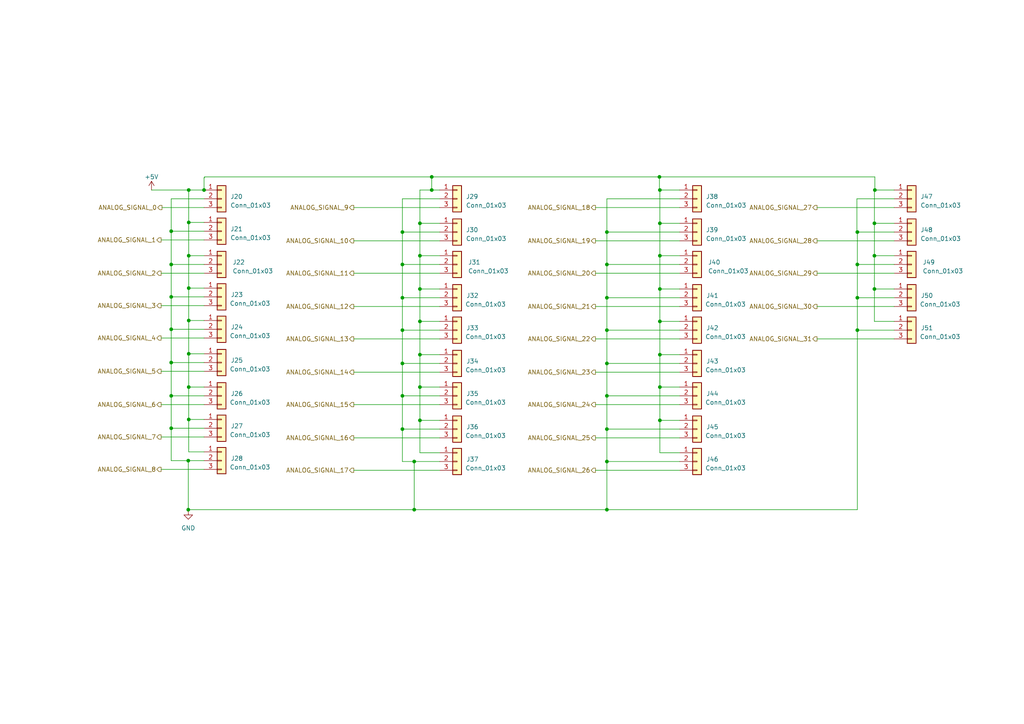
<source format=kicad_sch>
(kicad_sch (version 20230121) (generator eeschema)
  (paper "A4")
  (title_block (title "Złącza dla czujników analogowych"))
  (lib_symbols
    (symbol "Connector_Generic:Conn_01x03" (pin_names (offset 1.016) hide)
      (property "Reference" "J" (at 0 5.08 0))
      (property "Value" "Conn_01x03" (at 0 -5.08 0))
      (symbol "Conn_01x03_1_1"
        (rectangle (start -1.27 -2.413) (end 0 -2.667) (stroke (width 0.1524)))
        (rectangle (start -1.27 0.127) (end 0 -0.127) (stroke (width 0.1524)))
        (rectangle (start -1.27 2.667) (end 0 2.413) (stroke (width 0.1524)))
        (rectangle (start -1.27 3.81) (end 1.27 -3.81) (stroke (width 0.254)) (fill (type background)))
        (pin passive line (at -5.08 2.54 0) (length 3.81) (name "Pin_1") (number "1"))
        (pin passive line (at -5.08 0 0) (length 3.81) (name "Pin_2") (number "2"))
        (pin passive line (at -5.08 -2.54 0) (length 3.81) (name "Pin_3") (number "3"))
      )
    )
    (symbol "power:+5V" (power) (pin_names (offset 0))
      (property "Value" "+5V" (at 0 3.556 0))
      (symbol "+5V_0_1"
        (polyline (pts (xy -0.762 1.27) (xy 0 2.54)))
        (polyline (pts (xy 0 0) (xy 0 2.54)))
        (polyline (pts (xy 0 2.54) (xy 0.762 1.27)))
      )
      (symbol "+5V_1_1"
        (pin power_in line (at 0 0 90) (length 0) hide (name "+5V") (number "1"))
      )
    )
    (symbol "power:GND" (power) (pin_names (offset 0))
      (property "Value" "GND" (at 0 -3.81 0))
      (symbol "GND_0_1"
        (polyline (pts (xy 0 0) (xy 0 -1.27) (xy 1.27 -1.27) (xy 0 -2.54) (xy -1.27 -1.27) (xy 0 -1.27)))
      )
      (symbol "GND_1_1"
        (pin power_in line (at 0 0 270) (length 0) hide (name "GND") (number "1"))
      )
    )
  )
  (junction (at 116.713 95.758))
  (junction (at 59.182 55.118))
  (junction (at 253.746 55.118))
  (junction (at 191.389 83.82))
  (junction (at 191.389 55.118))
  (junction (at 191.389 102.87))
  (junction (at 116.713 67.31))
  (junction (at 49.657 76.708))
  (junction (at 248.666 86.36))
  (junction (at 121.793 64.77))
  (junction (at 248.666 95.758))
  (junction (at 176.022 67.31))
  (junction (at 121.793 121.92))
  (junction (at 54.737 112.268))
  (junction (at 120.142 133.858))
  (junction (at 121.793 93.218))
  (junction (at 54.61 147.828))
  (junction (at 54.737 55.118))
  (junction (at 191.262 51.308))
  (junction (at 191.389 74.168))
  (junction (at 253.619 64.77))
  (junction (at 49.657 124.206))
  (junction (at 121.793 112.268))
  (junction (at 121.793 74.168))
  (junction (at 49.657 95.504))
  (junction (at 54.737 121.666))
  (junction (at 248.666 67.31))
  (junction (at 176.022 114.808))
  (junction (at 116.713 124.46))
  (junction (at 176.022 147.828))
  (junction (at 54.737 92.964))
  (junction (at 116.713 105.41))
  (junction (at 248.666 76.708))
  (junction (at 54.737 64.516))
  (junction (at 49.657 114.808))
  (junction (at 121.793 83.82))
  (junction (at 49.657 86.106))
  (junction (at 49.657 105.156))
  (junction (at 191.389 121.92))
  (junction (at 253.619 74.168))
  (junction (at 253.619 83.82))
  (junction (at 176.022 86.36))
  (junction (at 54.737 83.566))
  (junction (at 54.737 102.616))
  (junction (at 54.61 133.604))
  (junction (at 116.713 86.36))
  (junction (at 176.022 124.46))
  (junction (at 191.389 112.268))
  (junction (at 120.142 147.828))
  (junction (at 176.022 133.858))
  (junction (at 121.793 102.87))
  (junction (at 54.737 74.168))
  (junction (at 176.022 105.41))
  (junction (at 116.713 114.808))
  (junction (at 125.222 51.308))
  (junction (at 191.389 64.77))
  (junction (at 176.022 76.708))
  (junction (at 116.713 76.708))
  (junction (at 125.222 55.118))
  (junction (at 191.389 93.218))
  (junction (at 176.022 95.758))
  (junction (at 49.657 67.056))
  (wire (pts (xy 54.737 55.118) (xy 54.737 64.516)))
  (wire (pts (xy 116.713 105.41) (xy 116.713 114.808)))
  (wire (pts (xy 54.737 64.516) (xy 54.737 74.168)))
  (wire (pts (xy 248.539 67.31) (xy 248.666 67.31)))
  (wire (pts (xy 176.022 86.36) (xy 197.104 86.36)))
  (wire (pts (xy 49.657 114.808) (xy 49.657 124.206)))
  (wire (pts (xy 253.619 55.118) (xy 253.619 64.77)))
  (wire (pts (xy 49.657 124.206) (xy 59.182 124.206)))
  (wire (pts (xy 191.389 74.168) (xy 191.389 83.82)))
  (wire (pts (xy 116.713 86.36) (xy 127.508 86.36)))
  (wire (pts (xy 116.713 95.758) (xy 127.508 95.758)))
  (wire (pts (xy 176.022 86.36) (xy 176.022 95.758)))
  (wire (pts (xy 46.736 136.144) (xy 59.182 136.144)))
  (wire (pts (xy 197.104 95.758) (xy 176.022 95.758)))
  (wire (pts (xy 102.616 60.198) (xy 127.508 60.198)))
  (wire (pts (xy 253.746 51.308) (xy 253.746 55.118)))
  (wire (pts (xy 102.616 117.348) (xy 127.508 117.348)))
  (wire (pts (xy 121.793 64.77) (xy 127.508 64.77)))
  (wire (pts (xy 49.657 105.156) (xy 59.182 105.156)))
  (wire (pts (xy 116.713 67.31) (xy 116.713 76.708)))
  (wire (pts (xy 248.666 86.36) (xy 259.334 86.36)))
  (wire (pts (xy 125.222 55.118) (xy 127.508 55.118)))
  (wire (pts (xy 49.657 95.504) (xy 59.182 95.504)))
  (wire (pts (xy 236.982 88.9) (xy 259.334 88.9)))
  (wire (pts (xy 172.72 69.85) (xy 197.104 69.85)))
  (wire (pts (xy 172.72 136.398) (xy 197.104 136.398)))
  (wire (pts (xy 253.746 55.118) (xy 253.619 55.118)))
  (wire (pts (xy 46.736 98.044) (xy 59.182 98.044)))
  (wire (pts (xy 43.942 55.118) (xy 54.737 55.118)))
  (wire (pts (xy 49.657 67.056) (xy 59.182 67.056)))
  (wire (pts (xy 102.616 79.248) (xy 127.508 79.248)))
  (wire (pts (xy 116.713 133.858) (xy 120.142 133.858)))
  (wire (pts (xy 172.72 117.348) (xy 197.104 117.348)))
  (wire (pts (xy 176.022 105.41) (xy 197.104 105.41)))
  (wire (pts (xy 248.666 95.758) (xy 259.334 95.758)))
  (wire (pts (xy 248.666 86.36) (xy 248.666 95.758)))
  (wire (pts (xy 259.334 55.118) (xy 253.746 55.118)))
  (wire (pts (xy 176.022 67.31) (xy 176.022 76.708)))
  (wire (pts (xy 54.737 92.964) (xy 59.182 92.964)))
  (wire (pts (xy 46.736 69.596) (xy 59.182 69.596)))
  (wire (pts (xy 191.389 131.318) (xy 197.104 131.318)))
  (wire (pts (xy 49.657 86.106) (xy 49.657 76.708)))
  (wire (pts (xy 176.022 133.858) (xy 197.104 133.858)))
  (wire (pts (xy 46.99 60.198) (xy 59.182 60.198)))
  (wire (pts (xy 121.793 121.92) (xy 121.793 131.318)))
  (wire (pts (xy 191.389 83.82) (xy 197.104 83.82)))
  (wire (pts (xy 121.793 112.268) (xy 121.793 121.92)))
  (wire (pts (xy 253.619 74.168) (xy 259.334 74.168)))
  (wire (pts (xy 176.022 76.708) (xy 176.022 86.36)))
  (wire (pts (xy 176.022 124.46) (xy 197.104 124.46)))
  (wire (pts (xy 46.736 88.646) (xy 59.182 88.646)))
  (wire (pts (xy 116.713 114.808) (xy 127.508 114.808)))
  (wire (pts (xy 116.713 124.46) (xy 116.713 133.858)))
  (wire (pts (xy 191.389 64.77) (xy 197.104 64.77)))
  (wire (pts (xy 253.619 93.218) (xy 259.334 93.218)))
  (wire (pts (xy 54.737 83.566) (xy 54.737 92.964)))
  (wire (pts (xy 176.022 105.41) (xy 176.022 114.808)))
  (wire (pts (xy 248.666 76.708) (xy 259.334 76.708)))
  (wire (pts (xy 176.022 76.708) (xy 197.104 76.708)))
  (wire (pts (xy 116.713 124.46) (xy 127.508 124.46)))
  (wire (pts (xy 54.737 102.616) (xy 59.182 102.616)))
  (wire (pts (xy 121.793 102.87) (xy 121.793 112.268)))
  (wire (pts (xy 54.737 92.964) (xy 54.737 102.616)))
  (wire (pts (xy 191.389 112.268) (xy 197.104 112.268)))
  (wire (pts (xy 248.666 76.708) (xy 248.666 86.36)))
  (wire (pts (xy 191.389 102.87) (xy 191.389 112.268)))
  (wire (pts (xy 248.666 67.31) (xy 248.666 76.708)))
  (wire (pts (xy 54.61 133.604) (xy 54.61 147.828)))
  (wire (pts (xy 176.022 67.31) (xy 176.022 57.658)))
  (wire (pts (xy 121.793 102.87) (xy 127.508 102.87)))
  (wire (pts (xy 121.793 55.118) (xy 121.793 64.77)))
  (wire (pts (xy 121.793 93.218) (xy 127.508 93.218)))
  (wire (pts (xy 191.262 51.308) (xy 253.746 51.308)))
  (wire (pts (xy 253.619 74.168) (xy 253.619 83.82)))
  (wire (pts (xy 125.222 51.308) (xy 125.222 55.118)))
  (wire (pts (xy 120.142 147.828) (xy 176.022 147.828)))
  (wire (pts (xy 49.657 76.708) (xy 59.182 76.708)))
  (wire (pts (xy 59.309 51.308) (xy 59.309 51.562)))
  (wire (pts (xy 102.616 88.9) (xy 127.508 88.9)))
  (wire (pts (xy 176.022 124.46) (xy 176.022 133.858)))
  (wire (pts (xy 191.262 51.308) (xy 191.262 55.118)))
  (wire (pts (xy 59.182 55.118) (xy 54.737 55.118)))
  (wire (pts (xy 176.022 57.658) (xy 197.104 57.658)))
  (wire (pts (xy 120.142 133.858) (xy 120.142 147.828)))
  (wire (pts (xy 191.389 74.168) (xy 197.104 74.168)))
  (wire (pts (xy 191.389 83.82) (xy 191.389 93.218)))
  (wire (pts (xy 176.022 133.858) (xy 176.022 147.828)))
  (wire (pts (xy 121.793 83.82) (xy 127.508 83.82)))
  (wire (pts (xy 191.389 64.77) (xy 191.389 74.168)))
  (wire (pts (xy 191.389 55.118) (xy 191.389 64.77)))
  (wire (pts (xy 121.793 74.168) (xy 127.508 74.168)))
  (wire (pts (xy 59.182 51.562) (xy 59.182 55.118)))
  (wire (pts (xy 49.657 86.106) (xy 49.657 95.504)))
  (wire (pts (xy 236.982 98.298) (xy 259.334 98.298)))
  (wire (pts (xy 248.666 147.828) (xy 176.022 147.828)))
  (wire (pts (xy 54.737 131.064) (xy 59.182 131.064)))
  (wire (pts (xy 59.309 51.308) (xy 125.222 51.308)))
  (wire (pts (xy 253.619 64.77) (xy 259.334 64.77)))
  (wire (pts (xy 54.737 74.168) (xy 54.737 83.566)))
  (wire (pts (xy 46.736 126.746) (xy 59.182 126.746)))
  (wire (pts (xy 54.737 121.666) (xy 59.182 121.666)))
  (wire (pts (xy 248.539 57.658) (xy 248.539 67.31)))
  (wire (pts (xy 49.657 95.504) (xy 49.657 105.156)))
  (wire (pts (xy 176.022 114.808) (xy 176.022 124.46)))
  (wire (pts (xy 121.793 112.268) (xy 127.508 112.268)))
  (wire (pts (xy 46.736 79.248) (xy 59.182 79.248)))
  (wire (pts (xy 176.022 114.808) (xy 197.104 114.808)))
  (wire (pts (xy 102.616 69.85) (xy 127.508 69.85)))
  (wire (pts (xy 116.713 76.708) (xy 127.508 76.708)))
  (wire (pts (xy 54.61 147.828) (xy 120.142 147.828)))
  (wire (pts (xy 191.389 121.92) (xy 197.104 121.92)))
  (wire (pts (xy 248.666 67.31) (xy 259.334 67.31)))
  (wire (pts (xy 248.666 95.758) (xy 248.666 147.828)))
  (wire (pts (xy 46.736 107.696) (xy 59.182 107.696)))
  (wire (pts (xy 172.72 98.298) (xy 197.104 98.298)))
  (wire (pts (xy 116.713 105.41) (xy 127.508 105.41)))
  (wire (pts (xy 121.793 74.168) (xy 121.793 83.82)))
  (wire (pts (xy 236.982 60.198) (xy 259.334 60.198)))
  (wire (pts (xy 54.737 64.516) (xy 59.182 64.516)))
  (wire (pts (xy 102.616 107.95) (xy 127.508 107.95)))
  (wire (pts (xy 54.737 102.616) (xy 54.737 112.268)))
  (wire (pts (xy 54.737 74.168) (xy 59.182 74.168)))
  (wire (pts (xy 49.657 67.056) (xy 49.657 76.708)))
  (wire (pts (xy 54.737 83.566) (xy 59.182 83.566)))
  (wire (pts (xy 172.72 127) (xy 197.104 127)))
  (wire (pts (xy 125.222 51.308) (xy 191.262 51.308)))
  (wire (pts (xy 121.793 131.318) (xy 127.508 131.318)))
  (wire (pts (xy 102.616 127) (xy 127.508 127)))
  (wire (pts (xy 46.736 117.348) (xy 59.182 117.348)))
  (wire (pts (xy 116.713 114.808) (xy 116.713 124.46)))
  (wire (pts (xy 54.61 133.604) (xy 59.182 133.604)))
  (wire (pts (xy 253.619 64.77) (xy 253.619 74.168)))
  (wire (pts (xy 116.713 95.758) (xy 116.713 105.41)))
  (wire (pts (xy 116.713 76.708) (xy 116.713 86.36)))
  (wire (pts (xy 116.713 67.31) (xy 127.508 67.31)))
  (wire (pts (xy 49.657 124.206) (xy 49.657 133.604)))
  (wire (pts (xy 191.262 55.118) (xy 191.389 55.118)))
  (wire (pts (xy 49.657 67.056) (xy 49.657 57.658)))
  (wire (pts (xy 127.508 57.658) (xy 116.713 57.658)))
  (wire (pts (xy 253.619 83.82) (xy 259.334 83.82)))
  (wire (pts (xy 176.022 95.758) (xy 176.022 105.41)))
  (wire (pts (xy 121.793 83.82) (xy 121.793 93.218)))
  (wire (pts (xy 49.657 114.808) (xy 59.182 114.808)))
  (wire (pts (xy 172.72 60.198) (xy 197.104 60.198)))
  (wire (pts (xy 54.737 121.666) (xy 54.737 131.064)))
  (wire (pts (xy 49.657 105.156) (xy 49.657 114.808)))
  (wire (pts (xy 116.713 86.36) (xy 116.713 95.758)))
  (wire (pts (xy 54.61 148.082) (xy 54.61 147.828)))
  (wire (pts (xy 54.737 112.268) (xy 59.182 112.268)))
  (wire (pts (xy 102.616 98.298) (xy 127.508 98.298)))
  (wire (pts (xy 253.619 83.82) (xy 253.619 93.218)))
  (wire (pts (xy 236.982 69.85) (xy 259.334 69.85)))
  (wire (pts (xy 102.616 136.398) (xy 127.508 136.398)))
  (wire (pts (xy 121.793 121.92) (xy 127.508 121.92)))
  (wire (pts (xy 49.657 133.604) (xy 54.61 133.604)))
  (wire (pts (xy 197.104 55.118) (xy 191.389 55.118)))
  (wire (pts (xy 49.657 86.106) (xy 59.182 86.106)))
  (wire (pts (xy 191.389 102.87) (xy 197.104 102.87)))
  (wire (pts (xy 191.389 93.218) (xy 191.389 102.87)))
  (wire (pts (xy 121.793 64.77) (xy 121.793 74.168)))
  (wire (pts (xy 49.657 57.658) (xy 59.182 57.658)))
  (wire (pts (xy 176.022 67.31) (xy 197.104 67.31)))
  (wire (pts (xy 191.389 93.218) (xy 197.104 93.218)))
  (wire (pts (xy 191.389 121.92) (xy 191.389 131.318)))
  (wire (pts (xy 172.72 107.95) (xy 197.104 107.95)))
  (wire (pts (xy 121.793 93.218) (xy 121.793 102.87)))
  (wire (pts (xy 116.713 57.658) (xy 116.713 67.31)))
  (wire (pts (xy 259.334 57.658) (xy 248.539 57.658)))
  (wire (pts (xy 59.309 51.562) (xy 59.182 51.562)))
  (wire (pts (xy 172.72 79.248) (xy 197.104 79.248)))
  (wire (pts (xy 172.72 88.9) (xy 197.104 88.9)))
  (wire (pts (xy 121.793 55.118) (xy 125.222 55.118)))
  (wire (pts (xy 236.982 79.248) (xy 259.334 79.248)))
  (wire (pts (xy 54.737 112.268) (xy 54.737 121.666)))
  (wire (pts (xy 191.389 112.268) (xy 191.389 121.92)))
  (wire (pts (xy 120.142 133.858) (xy 127.508 133.858)))
  (hierarchical_label "ANALOG_SIGNAL_23" (shape output) (at 172.72 107.95 180))
  (hierarchical_label "ANALOG_SIGNAL_31" (shape output) (at 236.982 98.298 180))
  (hierarchical_label "ANALOG_SIGNAL_25" (shape output) (at 172.72 127 180))
  (hierarchical_label "ANALOG_SIGNAL_0" (shape output) (at 46.99 60.198 180))
  (hierarchical_label "ANALOG_SIGNAL_24" (shape output) (at 172.72 117.348 180))
  (hierarchical_label "ANALOG_SIGNAL_10" (shape output) (at 102.616 69.85 180))
  (hierarchical_label "ANALOG_SIGNAL_5" (shape output) (at 46.736 107.696 180))
  (hierarchical_label "ANALOG_SIGNAL_9" (shape output) (at 102.616 60.198 180))
  (hierarchical_label "ANALOG_SIGNAL_1" (shape output) (at 46.736 69.596 180))
  (hierarchical_label "ANALOG_SIGNAL_7" (shape output) (at 46.736 126.746 180))
  (hierarchical_label "ANALOG_SIGNAL_6" (shape output) (at 46.736 117.348 180))
  (hierarchical_label "ANALOG_SIGNAL_27" (shape output) (at 236.982 60.198 180))
  (hierarchical_label "ANALOG_SIGNAL_29" (shape output) (at 236.982 79.248 180))
  (hierarchical_label "ANALOG_SIGNAL_18" (shape output) (at 172.72 60.198 180))
  (hierarchical_label "ANALOG_SIGNAL_3" (shape output) (at 46.736 88.646 180))
  (hierarchical_label "ANALOG_SIGNAL_4" (shape output) (at 46.736 98.044 180))
  (hierarchical_label "ANALOG_SIGNAL_19" (shape output) (at 172.72 69.85 180))
  (hierarchical_label "ANALOG_SIGNAL_14" (shape output) (at 102.616 107.95 180))
  (hierarchical_label "ANALOG_SIGNAL_8" (shape output) (at 46.736 136.144 180))
  (hierarchical_label "ANALOG_SIGNAL_17" (shape output) (at 102.616 136.398 180))
  (hierarchical_label "ANALOG_SIGNAL_15" (shape output) (at 102.616 117.348 180))
  (hierarchical_label "ANALOG_SIGNAL_28" (shape output) (at 236.982 69.85 180))
  (hierarchical_label "ANALOG_SIGNAL_13" (shape output) (at 102.616 98.298 180))
  (hierarchical_label "ANALOG_SIGNAL_2" (shape output) (at 46.736 79.248 180))
  (hierarchical_label "ANALOG_SIGNAL_20" (shape output) (at 172.72 79.248 180))
  (hierarchical_label "ANALOG_SIGNAL_26" (shape output) (at 172.72 136.398 180))
  (hierarchical_label "ANALOG_SIGNAL_30" (shape output) (at 236.982 88.9 180))
  (hierarchical_label "ANALOG_SIGNAL_16" (shape output) (at 102.616 127 180))
  (hierarchical_label "ANALOG_SIGNAL_22" (shape output) (at 172.72 98.298 180))
  (hierarchical_label "ANALOG_SIGNAL_11" (shape output) (at 102.616 79.248 180))
  (hierarchical_label "ANALOG_SIGNAL_21" (shape output) (at 172.72 88.9 180))
  (hierarchical_label "ANALOG_SIGNAL_12" (shape output) (at 102.616 88.9 180))
  (symbol (lib_id "Connector_Generic:Conn_01x03") (at 264.414 67.31 0) (unit 1)
    (property "Reference" "J48" (at 266.954 66.675 0) (effects (justify left)))
    (property "Value" "Conn_01x03" (at 266.954 69.215 0) (effects (justify left)))
  )
  (symbol (lib_id "Connector_Generic:Conn_01x03") (at 202.184 105.41 0) (unit 1)
    (property "Reference" "J43" (at 206.629 104.775 0))
    (property "Value" "Conn_01x03" (at 210.439 107.315 0))
  )
  (symbol (lib_id "Connector_Generic:Conn_01x03") (at 64.262 67.056 0) (unit 1)
    (property "Reference" "J21" (at 66.802 66.421 0) (effects (justify left)))
    (property "Value" "Conn_01x03" (at 66.802 68.961 0) (effects (justify left)))
  )
  (symbol (lib_id "Connector_Generic:Conn_01x03") (at 64.262 114.808 0) (unit 1)
    (property "Reference" "J26" (at 68.707 114.173 0))
    (property "Value" "Conn_01x03" (at 72.517 116.713 0))
  )
  (symbol (lib_id "Connector_Generic:Conn_01x03") (at 132.588 57.658 0) (unit 1)
    (property "Reference" "J29" (at 135.128 57.023 0) (effects (justify left)))
    (property "Value" "Conn_01x03" (at 135.128 59.563 0) (effects (justify left)))
  )
  (symbol (lib_id "Connector_Generic:Conn_01x03") (at 202.184 95.758 0) (unit 1)
    (property "Reference" "J42" (at 206.629 95.123 0))
    (property "Value" "Conn_01x03" (at 210.439 97.663 0))
  )
  (symbol (lib_id "Connector_Generic:Conn_01x03") (at 132.588 86.36 0) (unit 1)
    (property "Reference" "J32" (at 137.033 85.725 0))
    (property "Value" "Conn_01x03" (at 140.843 88.265 0))
  )
  (symbol (lib_id "Connector_Generic:Conn_01x03") (at 132.588 76.708 0) (unit 1)
    (property "Reference" "J31" (at 135.763 76.073 0) (effects (justify left)))
    (property "Value" "Conn_01x03" (at 135.763 78.613 0) (effects (justify left)))
  )
  (symbol (lib_id "Connector_Generic:Conn_01x03") (at 264.414 57.658 0) (unit 1)
    (property "Reference" "J47" (at 266.954 57.023 0) (effects (justify left)))
    (property "Value" "Conn_01x03" (at 266.954 59.563 0) (effects (justify left)))
  )
  (symbol (lib_id "Connector_Generic:Conn_01x03") (at 202.184 133.858 0) (unit 1)
    (property "Reference" "J46" (at 206.629 133.223 0))
    (property "Value" "Conn_01x03" (at 210.439 135.763 0))
  )
  (symbol (lib_id "Connector_Generic:Conn_01x03") (at 132.588 124.46 0) (unit 1)
    (property "Reference" "J36" (at 137.033 123.825 0))
    (property "Value" "Conn_01x03" (at 140.843 126.365 0))
  )
  (symbol (lib_id "Connector_Generic:Conn_01x03") (at 132.588 95.758 0) (unit 1)
    (property "Reference" "J33" (at 137.033 95.123 0))
    (property "Value" "Conn_01x03" (at 140.843 97.663 0))
  )
  (symbol (lib_id "Connector_Generic:Conn_01x03") (at 264.414 76.708 0) (unit 1)
    (property "Reference" "J49" (at 267.589 76.073 0) (effects (justify left)))
    (property "Value" "Conn_01x03" (at 267.589 78.613 0) (effects (justify left)))
  )
  (symbol (lib_id "Connector_Generic:Conn_01x03") (at 64.262 124.206 0) (unit 1)
    (property "Reference" "J27" (at 68.707 123.571 0))
    (property "Value" "Conn_01x03" (at 72.517 126.111 0))
  )
  (symbol (lib_id "Connector_Generic:Conn_01x03") (at 64.262 105.156 0) (unit 1)
    (property "Reference" "J25" (at 68.707 104.521 0))
    (property "Value" "Conn_01x03" (at 72.517 107.061 0))
  )
  (symbol (lib_id "Connector_Generic:Conn_01x03") (at 132.588 105.41 0) (unit 1)
    (property "Reference" "J34" (at 137.033 104.775 0))
    (property "Value" "Conn_01x03" (at 140.843 107.315 0))
  )
  (symbol (lib_id "Connector_Generic:Conn_01x03") (at 202.184 124.46 0) (unit 1)
    (property "Reference" "J45" (at 206.629 123.825 0))
    (property "Value" "Conn_01x03" (at 210.439 126.365 0))
  )
  (symbol (lib_id "Connector_Generic:Conn_01x03") (at 202.184 67.31 0) (unit 1)
    (property "Reference" "J39" (at 204.724 66.675 0) (effects (justify left)))
    (property "Value" "Conn_01x03" (at 204.724 69.215 0) (effects (justify left)))
  )
  (symbol (lib_id "Connector_Generic:Conn_01x03") (at 202.184 114.808 0) (unit 1)
    (property "Reference" "J44" (at 206.629 114.173 0))
    (property "Value" "Conn_01x03" (at 210.439 116.713 0))
  )
  (symbol (lib_id "power:+5V") (at 43.942 55.118 0) (unit 1)
    (property "Reference" "#PWR037" (effects hide))
    (property "Value" "+5V" (at 43.942 51.308 0))
  )
  (symbol (lib_id "Connector_Generic:Conn_01x03") (at 202.184 86.36 0) (unit 1)
    (property "Reference" "J41" (at 206.629 85.725 0))
    (property "Value" "Conn_01x03" (at 210.439 88.265 0))
  )
  (symbol (lib_id "Connector_Generic:Conn_01x03") (at 64.262 133.604 0) (unit 1)
    (property "Reference" "J28" (at 68.707 132.969 0))
    (property "Value" "Conn_01x03" (at 72.517 135.509 0))
  )
  (symbol (lib_id "Connector_Generic:Conn_01x03") (at 202.184 57.658 0) (unit 1)
    (property "Reference" "J38" (at 204.724 57.023 0) (effects (justify left)))
    (property "Value" "Conn_01x03" (at 204.724 59.563 0) (effects (justify left)))
  )
  (symbol (lib_id "Connector_Generic:Conn_01x03") (at 132.588 133.858 0) (unit 1)
    (property "Reference" "J37" (at 137.033 133.223 0))
    (property "Value" "Conn_01x03" (at 140.843 135.763 0))
  )
  (symbol (lib_id "Connector_Generic:Conn_01x03") (at 132.588 114.808 0) (unit 1)
    (property "Reference" "J35" (at 137.033 114.173 0))
    (property "Value" "Conn_01x03" (at 140.843 116.713 0))
  )
  (symbol (lib_id "Connector_Generic:Conn_01x03") (at 132.588 67.31 0) (unit 1)
    (property "Reference" "J30" (at 135.128 66.675 0) (effects (justify left)))
    (property "Value" "Conn_01x03" (at 135.128 69.215 0) (effects (justify left)))
  )
  (symbol (lib_id "Connector_Generic:Conn_01x03") (at 64.262 76.708 0) (unit 1)
    (property "Reference" "J22" (at 67.437 76.073 0) (effects (justify left)))
    (property "Value" "Conn_01x03" (at 67.437 78.613 0) (effects (justify left)))
  )
  (symbol (lib_id "power:GND") (at 54.61 148.082 0) (unit 1)
    (property "Reference" "#PWR038" (effects hide))
    (property "Value" "GND" (at 54.61 153.162 0))
  )
  (symbol (lib_id "Connector_Generic:Conn_01x03") (at 202.184 76.708 0) (unit 1)
    (property "Reference" "J40" (at 205.359 76.073 0) (effects (justify left)))
    (property "Value" "Conn_01x03" (at 205.359 78.613 0) (effects (justify left)))
  )
  (symbol (lib_id "Connector_Generic:Conn_01x03") (at 64.262 86.106 0) (unit 1)
    (property "Reference" "J23" (at 68.707 85.471 0))
    (property "Value" "Conn_01x03" (at 72.517 88.011 0))
  )
  (symbol (lib_id "Connector_Generic:Conn_01x03") (at 264.414 86.36 0) (unit 1)
    (property "Reference" "J50" (at 268.859 85.725 0))
    (property "Value" "Conn_01x03" (at 272.669 88.265 0))
  )
  (symbol (lib_id "Connector_Generic:Conn_01x03") (at 64.262 95.504 0) (unit 1)
    (property "Reference" "J24" (at 68.707 94.869 0))
    (property "Value" "Conn_01x03" (at 72.517 97.409 0))
  )
  (symbol (lib_id "Connector_Generic:Conn_01x03") (at 64.262 57.658 0) (unit 1)
    (property "Reference" "J20" (at 66.802 57.023 0) (effects (justify left)))
    (property "Value" "Conn_01x03" (at 66.802 59.563 0) (effects (justify left)))
  )
  (symbol (lib_id "Connector_Generic:Conn_01x03") (at 264.414 95.758 0) (unit 1)
    (property "Reference" "J51" (at 268.859 95.123 0))
    (property "Value" "Conn_01x03" (at 272.669 97.663 0))
  )
)
</source>
